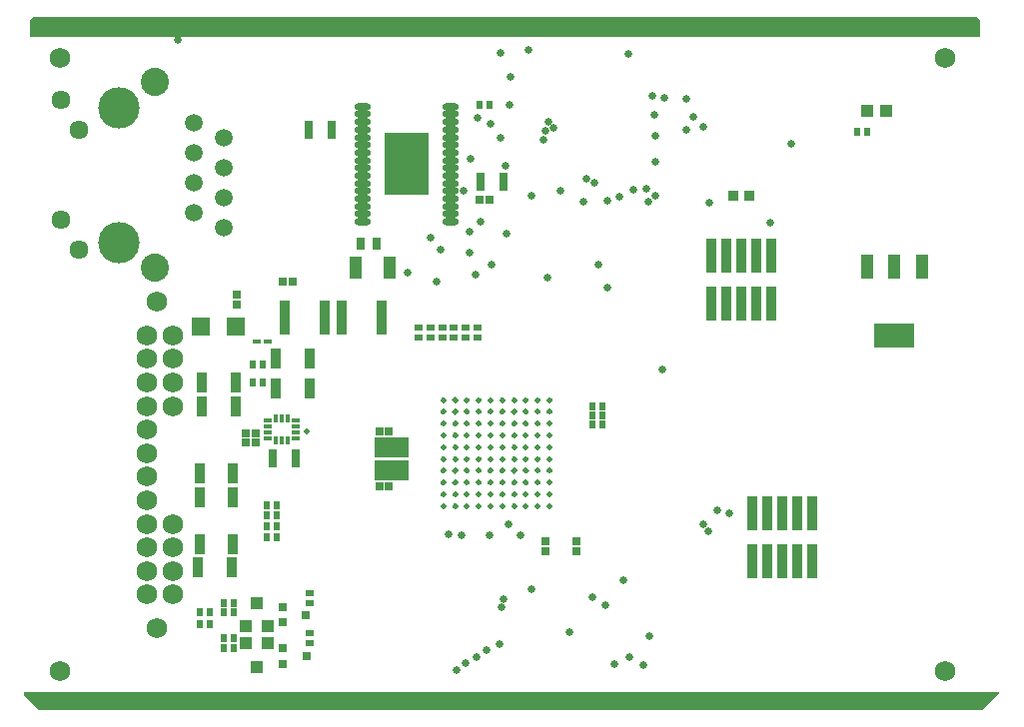
<source format=gts>
G04*
G04 #@! TF.GenerationSoftware,Altium Limited,Altium Designer,19.0.4 (130)*
G04*
G04 Layer_Color=8388736*
%FSLAX25Y25*%
%MOIN*%
G70*
G01*
G75*
G04:AMPARAMS|DCode=42|XSize=19.69mil|YSize=19.69mil|CornerRadius=9.85mil|HoleSize=0mil|Usage=FLASHONLY|Rotation=0.000|XOffset=0mil|YOffset=0mil|HoleType=Round|Shape=RoundedRectangle|*
%AMROUNDEDRECTD42*
21,1,0.01969,0.00000,0,0,0.0*
21,1,0.00000,0.01969,0,0,0.0*
1,1,0.01969,0.00000,0.00000*
1,1,0.01969,0.00000,0.00000*
1,1,0.01969,0.00000,0.00000*
1,1,0.01969,0.00000,0.00000*
%
%ADD42ROUNDEDRECTD42*%
%ADD44C,0.01100*%
%ADD45R,0.02375X0.02572*%
%ADD46R,0.03713X0.11784*%
%ADD47R,0.02769X0.05918*%
%ADD48R,0.02926X0.02926*%
%ADD49R,0.02926X0.02926*%
%ADD50R,0.03162X0.02769*%
%ADD51R,0.03556X0.06902*%
%ADD52R,0.03950X0.04343*%
%ADD53R,0.02572X0.02375*%
%ADD54R,0.03556X0.11233*%
%ADD55R,0.02769X0.03950*%
%ADD56R,0.04343X0.07296*%
%ADD57R,0.14973X0.20879*%
%ADD58O,0.05524X0.02375*%
%ADD59R,0.03556X0.03753*%
%ADD60R,0.13202X0.07887*%
%ADD61R,0.04343X0.07887*%
%ADD62R,0.03950X0.03950*%
%ADD63R,0.11430X0.06706*%
%ADD64R,0.05918X0.06312*%
G04:AMPARAMS|DCode=65|XSize=19.81mil|YSize=19.81mil|CornerRadius=9.91mil|HoleSize=0mil|Usage=FLASHONLY|Rotation=270.000|XOffset=0mil|YOffset=0mil|HoleType=Round|Shape=RoundedRectangle|*
%AMROUNDEDRECTD65*
21,1,0.01981,0.00000,0,0,270.0*
21,1,0.00000,0.01981,0,0,270.0*
1,1,0.01981,0.00000,0.00000*
1,1,0.01981,0.00000,0.00000*
1,1,0.01981,0.00000,0.00000*
1,1,0.01981,0.00000,0.00000*
%
%ADD65ROUNDEDRECTD65*%
%ADD66R,0.02631X0.01784*%
%ADD67R,0.01784X0.02631*%
%ADD68R,0.02572X0.01784*%
%ADD69C,0.05918*%
%ADD70C,0.09400*%
%ADD71C,0.13792*%
%ADD72C,0.06343*%
%ADD73C,0.06800*%
%ADD74C,0.02572*%
%ADD75C,0.02769*%
G36*
X356299Y237205D02*
Y231299D01*
X39370D01*
Y237205D01*
X40354Y238189D01*
X355315D01*
X356299Y237205D01*
D02*
G37*
G36*
X362727Y12333D02*
X357283Y6890D01*
X42323D01*
X37402Y11811D01*
Y12795D01*
X362536D01*
X362727Y12333D01*
D02*
G37*
D42*
X212599Y74803D02*
D03*
X208662D02*
D03*
X204725D02*
D03*
X200788D02*
D03*
X196851D02*
D03*
X192913D02*
D03*
X188976D02*
D03*
X185039D02*
D03*
X181102D02*
D03*
X177165D02*
D03*
X212599Y78740D02*
D03*
X208662D02*
D03*
X204725D02*
D03*
X200788D02*
D03*
X196851D02*
D03*
X192913D02*
D03*
X188976D02*
D03*
X185039D02*
D03*
X181102D02*
D03*
X177165D02*
D03*
X212599Y82677D02*
D03*
X208662D02*
D03*
X204725D02*
D03*
X200788D02*
D03*
X196851D02*
D03*
X192913D02*
D03*
X188976D02*
D03*
X185039D02*
D03*
X181102D02*
D03*
X177165D02*
D03*
X212599Y86614D02*
D03*
X208662D02*
D03*
X204725D02*
D03*
X200788D02*
D03*
X196851D02*
D03*
X192913D02*
D03*
X188976D02*
D03*
X185039D02*
D03*
X181102D02*
D03*
X177165D02*
D03*
X212599Y90551D02*
D03*
X208662D02*
D03*
X204725D02*
D03*
X200788D02*
D03*
X196851D02*
D03*
X192913D02*
D03*
X188976D02*
D03*
X185039D02*
D03*
X181102D02*
D03*
X177165D02*
D03*
X212599Y94489D02*
D03*
X208662D02*
D03*
X204725D02*
D03*
X200788D02*
D03*
X196851D02*
D03*
X192913D02*
D03*
X188976D02*
D03*
X185039D02*
D03*
X181102D02*
D03*
X177165D02*
D03*
X212599Y98426D02*
D03*
X208662D02*
D03*
X204725D02*
D03*
X200788D02*
D03*
X196851D02*
D03*
X192913D02*
D03*
X188976D02*
D03*
X185039D02*
D03*
X181102D02*
D03*
X177165D02*
D03*
X212599Y102363D02*
D03*
X208662D02*
D03*
X204725D02*
D03*
X200788D02*
D03*
X196851D02*
D03*
X192913D02*
D03*
X188976D02*
D03*
X185039D02*
D03*
X181102D02*
D03*
X177165D02*
D03*
X212599Y106300D02*
D03*
X208662D02*
D03*
X204725D02*
D03*
X200788D02*
D03*
X196851D02*
D03*
X192913D02*
D03*
X188976D02*
D03*
X185039D02*
D03*
X181102D02*
D03*
X177165D02*
D03*
X212599Y110237D02*
D03*
X208662D02*
D03*
X204725D02*
D03*
X200788D02*
D03*
X196851D02*
D03*
X192913D02*
D03*
X188976D02*
D03*
X185039D02*
D03*
X181102D02*
D03*
X177165D02*
D03*
D44*
X213149Y74803D02*
G03*
X213149Y74803I-550J0D01*
G01*
X209212D02*
G03*
X209212Y74803I-550J0D01*
G01*
X205275D02*
G03*
X205275Y74803I-550J0D01*
G01*
X201338D02*
G03*
X201338Y74803I-550J0D01*
G01*
X197401D02*
G03*
X197401Y74803I-550J0D01*
G01*
D02*
G03*
X197401Y74803I-550J0D01*
G01*
X193463D02*
G03*
X193463Y74803I-550J0D01*
G01*
X189526D02*
G03*
X189526Y74803I-550J0D01*
G01*
D02*
G03*
X189526Y74803I-550J0D01*
G01*
X185589D02*
G03*
X185589Y74803I-550J0D01*
G01*
D02*
G03*
X185589Y74803I-550J0D01*
G01*
X181652D02*
G03*
X181652Y74803I-550J0D01*
G01*
D02*
G03*
X181652Y74803I-550J0D01*
G01*
X177715D02*
G03*
X177715Y74803I-550J0D01*
G01*
X213149Y78740D02*
G03*
X213149Y78740I-550J0D01*
G01*
X209212D02*
G03*
X209212Y78740I-550J0D01*
G01*
X205275D02*
G03*
X205275Y78740I-550J0D01*
G01*
X201338D02*
G03*
X201338Y78740I-550J0D01*
G01*
X197401D02*
G03*
X197401Y78740I-550J0D01*
G01*
D02*
G03*
X197401Y78740I-550J0D01*
G01*
X193463D02*
G03*
X193463Y78740I-550J0D01*
G01*
X189526D02*
G03*
X189526Y78740I-550J0D01*
G01*
D02*
G03*
X189526Y78740I-550J0D01*
G01*
X185589D02*
G03*
X185589Y78740I-550J0D01*
G01*
D02*
G03*
X185589Y78740I-550J0D01*
G01*
X181652D02*
G03*
X181652Y78740I-550J0D01*
G01*
D02*
G03*
X181652Y78740I-550J0D01*
G01*
X177715D02*
G03*
X177715Y78740I-550J0D01*
G01*
X213149Y82677D02*
G03*
X213149Y82677I-550J0D01*
G01*
X209212D02*
G03*
X209212Y82677I-550J0D01*
G01*
X205275D02*
G03*
X205275Y82677I-550J0D01*
G01*
X201338D02*
G03*
X201338Y82677I-550J0D01*
G01*
X197401D02*
G03*
X197401Y82677I-550J0D01*
G01*
D02*
G03*
X197401Y82677I-550J0D01*
G01*
X193463D02*
G03*
X193463Y82677I-550J0D01*
G01*
X189526D02*
G03*
X189526Y82677I-550J0D01*
G01*
D02*
G03*
X189526Y82677I-550J0D01*
G01*
X185589D02*
G03*
X185589Y82677I-550J0D01*
G01*
D02*
G03*
X185589Y82677I-550J0D01*
G01*
X181652D02*
G03*
X181652Y82677I-550J0D01*
G01*
D02*
G03*
X181652Y82677I-550J0D01*
G01*
X177715D02*
G03*
X177715Y82677I-550J0D01*
G01*
X213149Y86614D02*
G03*
X213149Y86614I-550J0D01*
G01*
X209212D02*
G03*
X209212Y86614I-550J0D01*
G01*
X205275D02*
G03*
X205275Y86614I-550J0D01*
G01*
X201338D02*
G03*
X201338Y86614I-550J0D01*
G01*
X197401D02*
G03*
X197401Y86614I-550J0D01*
G01*
D02*
G03*
X197401Y86614I-550J0D01*
G01*
X193463D02*
G03*
X193463Y86614I-550J0D01*
G01*
X189526D02*
G03*
X189526Y86614I-550J0D01*
G01*
D02*
G03*
X189526Y86614I-550J0D01*
G01*
X185589D02*
G03*
X185589Y86614I-550J0D01*
G01*
D02*
G03*
X185589Y86614I-550J0D01*
G01*
X181652D02*
G03*
X181652Y86614I-550J0D01*
G01*
D02*
G03*
X181652Y86614I-550J0D01*
G01*
X177715D02*
G03*
X177715Y86614I-550J0D01*
G01*
X213149Y90551D02*
G03*
X213149Y90551I-550J0D01*
G01*
X209212D02*
G03*
X209212Y90551I-550J0D01*
G01*
X205275D02*
G03*
X205275Y90551I-550J0D01*
G01*
X201338D02*
G03*
X201338Y90551I-550J0D01*
G01*
X197401D02*
G03*
X197401Y90551I-550J0D01*
G01*
D02*
G03*
X197401Y90551I-550J0D01*
G01*
X193463D02*
G03*
X193463Y90551I-550J0D01*
G01*
X189526D02*
G03*
X189526Y90551I-550J0D01*
G01*
D02*
G03*
X189526Y90551I-550J0D01*
G01*
X185589D02*
G03*
X185589Y90551I-550J0D01*
G01*
D02*
G03*
X185589Y90551I-550J0D01*
G01*
X181652D02*
G03*
X181652Y90551I-550J0D01*
G01*
D02*
G03*
X181652Y90551I-550J0D01*
G01*
X177715D02*
G03*
X177715Y90551I-550J0D01*
G01*
X213149Y94489D02*
G03*
X213149Y94489I-550J0D01*
G01*
X209212D02*
G03*
X209212Y94489I-550J0D01*
G01*
X205275D02*
G03*
X205275Y94489I-550J0D01*
G01*
X201338D02*
G03*
X201338Y94489I-550J0D01*
G01*
X197401D02*
G03*
X197401Y94489I-550J0D01*
G01*
D02*
G03*
X197401Y94489I-550J0D01*
G01*
X193463D02*
G03*
X193463Y94489I-550J0D01*
G01*
X189526D02*
G03*
X189526Y94489I-550J0D01*
G01*
D02*
G03*
X189526Y94489I-550J0D01*
G01*
X185589D02*
G03*
X185589Y94489I-550J0D01*
G01*
D02*
G03*
X185589Y94489I-550J0D01*
G01*
X181652D02*
G03*
X181652Y94489I-550J0D01*
G01*
D02*
G03*
X181652Y94489I-550J0D01*
G01*
X177715D02*
G03*
X177715Y94489I-550J0D01*
G01*
X213149Y98426D02*
G03*
X213149Y98426I-550J0D01*
G01*
X209212D02*
G03*
X209212Y98426I-550J0D01*
G01*
X205275D02*
G03*
X205275Y98426I-550J0D01*
G01*
X201338D02*
G03*
X201338Y98426I-550J0D01*
G01*
X197401D02*
G03*
X197401Y98426I-550J0D01*
G01*
D02*
G03*
X197401Y98426I-550J0D01*
G01*
X193463D02*
G03*
X193463Y98426I-550J0D01*
G01*
X189526D02*
G03*
X189526Y98426I-550J0D01*
G01*
D02*
G03*
X189526Y98426I-550J0D01*
G01*
X185589D02*
G03*
X185589Y98426I-550J0D01*
G01*
D02*
G03*
X185589Y98426I-550J0D01*
G01*
X181652D02*
G03*
X181652Y98426I-550J0D01*
G01*
D02*
G03*
X181652Y98426I-550J0D01*
G01*
X177715D02*
G03*
X177715Y98426I-550J0D01*
G01*
X213149Y102363D02*
G03*
X213149Y102363I-550J0D01*
G01*
X209212D02*
G03*
X209212Y102363I-550J0D01*
G01*
X205275D02*
G03*
X205275Y102363I-550J0D01*
G01*
X201338D02*
G03*
X201338Y102363I-550J0D01*
G01*
X197401D02*
G03*
X197401Y102363I-550J0D01*
G01*
D02*
G03*
X197401Y102363I-550J0D01*
G01*
X193463D02*
G03*
X193463Y102363I-550J0D01*
G01*
X189526D02*
G03*
X189526Y102363I-550J0D01*
G01*
D02*
G03*
X189526Y102363I-550J0D01*
G01*
X185589D02*
G03*
X185589Y102363I-550J0D01*
G01*
D02*
G03*
X185589Y102363I-550J0D01*
G01*
X181652D02*
G03*
X181652Y102363I-550J0D01*
G01*
D02*
G03*
X181652Y102363I-550J0D01*
G01*
X177715D02*
G03*
X177715Y102363I-550J0D01*
G01*
X213149Y106300D02*
G03*
X213149Y106300I-550J0D01*
G01*
X209212D02*
G03*
X209212Y106300I-550J0D01*
G01*
X205275D02*
G03*
X205275Y106300I-550J0D01*
G01*
X201338D02*
G03*
X201338Y106300I-550J0D01*
G01*
X197401D02*
G03*
X197401Y106300I-550J0D01*
G01*
D02*
G03*
X197401Y106300I-550J0D01*
G01*
X193463D02*
G03*
X193463Y106300I-550J0D01*
G01*
X189526D02*
G03*
X189526Y106300I-550J0D01*
G01*
D02*
G03*
X189526Y106300I-550J0D01*
G01*
X185589D02*
G03*
X185589Y106300I-550J0D01*
G01*
D02*
G03*
X185589Y106300I-550J0D01*
G01*
X181652D02*
G03*
X181652Y106300I-550J0D01*
G01*
D02*
G03*
X181652Y106300I-550J0D01*
G01*
X177715D02*
G03*
X177715Y106300I-550J0D01*
G01*
X213149Y110237D02*
G03*
X213149Y110237I-550J0D01*
G01*
X209212D02*
G03*
X209212Y110237I-550J0D01*
G01*
X205275D02*
G03*
X205275Y110237I-550J0D01*
G01*
X201338D02*
G03*
X201338Y110237I-550J0D01*
G01*
X197401D02*
G03*
X197401Y110237I-550J0D01*
G01*
D02*
G03*
X197401Y110237I-550J0D01*
G01*
X193463D02*
G03*
X193463Y110237I-550J0D01*
G01*
X189526D02*
G03*
X189526Y110237I-550J0D01*
G01*
D02*
G03*
X189526Y110237I-550J0D01*
G01*
X185589D02*
G03*
X185589Y110237I-550J0D01*
G01*
D02*
G03*
X185589Y110237I-550J0D01*
G01*
X181652D02*
G03*
X181652Y110237I-550J0D01*
G01*
D02*
G03*
X181652Y110237I-550J0D01*
G01*
X177715D02*
G03*
X177715Y110237I-550J0D01*
G01*
D45*
X192618Y208661D02*
D03*
X189272D02*
D03*
X121653Y64567D02*
D03*
X118307D02*
D03*
X121653Y68110D02*
D03*
X118307D02*
D03*
X121653Y71653D02*
D03*
X118307D02*
D03*
X121653Y75197D02*
D03*
X118307D02*
D03*
X116831Y122047D02*
D03*
X113484D02*
D03*
X116831Y116142D02*
D03*
X113484D02*
D03*
X103839Y42520D02*
D03*
X107185D02*
D03*
X103839Y39370D02*
D03*
X107185D02*
D03*
X95768D02*
D03*
X99114D02*
D03*
X95768Y35433D02*
D03*
X99114D02*
D03*
X103839Y30709D02*
D03*
X107185D02*
D03*
X103839Y27559D02*
D03*
X107185D02*
D03*
X318602Y199803D02*
D03*
X315256D02*
D03*
X227067Y108268D02*
D03*
X230413D02*
D03*
X227067Y105118D02*
D03*
X230413D02*
D03*
X227067Y101969D02*
D03*
X230413D02*
D03*
D46*
X286653Y158329D02*
D03*
Y142305D02*
D03*
X281653Y158329D02*
D03*
Y142305D02*
D03*
X276654Y158329D02*
D03*
Y142305D02*
D03*
X271654Y158329D02*
D03*
Y142305D02*
D03*
X266653Y158329D02*
D03*
Y142305D02*
D03*
X300433Y72579D02*
D03*
Y56555D02*
D03*
X295433Y72579D02*
D03*
Y56555D02*
D03*
X290433Y72579D02*
D03*
Y56555D02*
D03*
X285433Y72579D02*
D03*
Y56555D02*
D03*
X280433Y72579D02*
D03*
Y56555D02*
D03*
D47*
X120215Y90748D02*
D03*
X127893D02*
D03*
X132421Y200492D02*
D03*
X140098D02*
D03*
X197146Y183071D02*
D03*
X189469D02*
D03*
D48*
X192520Y177165D02*
D03*
X189370D02*
D03*
X123660Y149606D02*
D03*
X126810D02*
D03*
X111357Y99114D02*
D03*
X114507D02*
D03*
X111357Y95965D02*
D03*
X114507D02*
D03*
X155944Y81496D02*
D03*
X159093D02*
D03*
X155944Y99606D02*
D03*
X159093D02*
D03*
D49*
X108405Y142126D02*
D03*
Y145276D02*
D03*
X221654Y62992D02*
D03*
Y59842D02*
D03*
X211417Y62992D02*
D03*
Y59842D02*
D03*
D50*
X131398Y38583D02*
D03*
X123721Y36024D02*
D03*
Y41142D02*
D03*
X131436Y24803D02*
D03*
X123759Y22244D02*
D03*
Y27362D02*
D03*
D51*
X106500Y54500D02*
D03*
X95280D02*
D03*
X95768Y62008D02*
D03*
X106988D02*
D03*
X106988Y77756D02*
D03*
X95768D02*
D03*
X95768Y85630D02*
D03*
X106988D02*
D03*
X107972Y108268D02*
D03*
X96752D02*
D03*
X96752Y116142D02*
D03*
X107972D02*
D03*
X132579Y124016D02*
D03*
X121358D02*
D03*
X121358Y114173D02*
D03*
X132579D02*
D03*
D52*
X118701Y34646D02*
D03*
X114961Y42520D02*
D03*
X111221Y34646D02*
D03*
Y29134D02*
D03*
X114961Y21260D02*
D03*
X118701Y29134D02*
D03*
D53*
X132677Y45768D02*
D03*
Y42421D02*
D03*
Y32382D02*
D03*
Y29035D02*
D03*
X168898Y131004D02*
D03*
Y134350D02*
D03*
X172835Y131004D02*
D03*
Y134350D02*
D03*
X176772Y131004D02*
D03*
Y134350D02*
D03*
X184646Y131004D02*
D03*
Y134350D02*
D03*
X180709Y131004D02*
D03*
Y134350D02*
D03*
X188583Y131004D02*
D03*
Y134350D02*
D03*
D54*
X137538Y137795D02*
D03*
X124349D02*
D03*
X143345D02*
D03*
X156534D02*
D03*
D55*
X149646Y162598D02*
D03*
X155079D02*
D03*
D56*
X159153Y154432D02*
D03*
X147933D02*
D03*
D57*
X164901Y188976D02*
D03*
D58*
X150334Y208169D02*
D03*
Y205610D02*
D03*
Y203051D02*
D03*
Y200492D02*
D03*
Y197933D02*
D03*
Y195374D02*
D03*
Y192815D02*
D03*
Y190256D02*
D03*
Y187697D02*
D03*
Y185138D02*
D03*
Y182579D02*
D03*
Y180020D02*
D03*
Y177461D02*
D03*
Y174902D02*
D03*
Y172343D02*
D03*
Y169783D02*
D03*
X179468Y208169D02*
D03*
Y205610D02*
D03*
Y203051D02*
D03*
Y200492D02*
D03*
Y197933D02*
D03*
Y195374D02*
D03*
Y192815D02*
D03*
Y190256D02*
D03*
Y187697D02*
D03*
Y185138D02*
D03*
Y182579D02*
D03*
Y180020D02*
D03*
Y177461D02*
D03*
Y174902D02*
D03*
Y172343D02*
D03*
Y169783D02*
D03*
D59*
X273819Y178300D02*
D03*
X279331D02*
D03*
D60*
X327756Y131890D02*
D03*
D61*
X318701Y154724D02*
D03*
X327756D02*
D03*
X336811D02*
D03*
D62*
X318701Y206693D02*
D03*
X325000D02*
D03*
D63*
X159782Y94291D02*
D03*
Y86810D02*
D03*
D64*
X107776Y134843D02*
D03*
X96358D02*
D03*
D65*
X131436Y99606D02*
D03*
D66*
X118690Y103346D02*
D03*
Y101378D02*
D03*
Y99409D02*
D03*
Y97441D02*
D03*
X127843D02*
D03*
Y99409D02*
D03*
Y101378D02*
D03*
Y103346D02*
D03*
D67*
X121298Y96801D02*
D03*
X123267D02*
D03*
X125235D02*
D03*
Y103986D02*
D03*
X123267D02*
D03*
X121298D02*
D03*
D68*
X114961Y129921D02*
D03*
X118701D02*
D03*
D69*
X103894Y167936D02*
D03*
X93894Y172936D02*
D03*
X103894Y177936D02*
D03*
X93894Y182936D02*
D03*
X103894Y187936D02*
D03*
X93894Y192936D02*
D03*
X103894Y197936D02*
D03*
X93894Y202936D02*
D03*
D70*
X80901Y216440D02*
D03*
Y154432D02*
D03*
D71*
X68893Y162936D02*
D03*
Y207936D02*
D03*
D72*
X55592Y160530D02*
D03*
X49608Y210333D02*
D03*
X55594Y200340D02*
D03*
X49610Y170537D02*
D03*
D73*
X78149Y45276D02*
D03*
Y53150D02*
D03*
X86811Y45276D02*
D03*
Y53150D02*
D03*
X78149Y131890D02*
D03*
Y124016D02*
D03*
X86811Y131890D02*
D03*
Y124016D02*
D03*
Y116142D02*
D03*
Y68898D02*
D03*
X86811Y61024D02*
D03*
X78149Y116142D02*
D03*
Y108268D02*
D03*
Y100394D02*
D03*
Y92520D02*
D03*
Y84646D02*
D03*
Y76772D02*
D03*
Y61024D02*
D03*
Y68898D02*
D03*
X86811Y108268D02*
D03*
X81693Y143110D02*
D03*
Y34055D02*
D03*
X49213Y224410D02*
D03*
X344488D02*
D03*
X49213Y19685D02*
D03*
X344488D02*
D03*
D74*
X196269Y226083D02*
D03*
X205674Y227177D02*
D03*
X293307Y195748D02*
D03*
X238779Y225742D02*
D03*
X247929Y198378D02*
D03*
X263779Y201565D02*
D03*
X57087Y233616D02*
D03*
X66925D02*
D03*
X76181D02*
D03*
X86614D02*
D03*
X97146D02*
D03*
X147638D02*
D03*
X137106D02*
D03*
X126673D02*
D03*
X117417D02*
D03*
X107579D02*
D03*
X209590D02*
D03*
X219428D02*
D03*
X228684D02*
D03*
X239118D02*
D03*
X249649D02*
D03*
X199157D02*
D03*
X188625D02*
D03*
X178192D02*
D03*
X168936D02*
D03*
X159098D02*
D03*
X312303D02*
D03*
X322142D02*
D03*
X331398D02*
D03*
X341831D02*
D03*
X301870D02*
D03*
X291339D02*
D03*
X280905D02*
D03*
X271649D02*
D03*
X261811D02*
D03*
X263779Y11175D02*
D03*
X273618D02*
D03*
X282874D02*
D03*
X293307D02*
D03*
X303839D02*
D03*
X343799D02*
D03*
X333366D02*
D03*
X324110D02*
D03*
X314272D02*
D03*
X161066D02*
D03*
X170905D02*
D03*
X180161D02*
D03*
X190594D02*
D03*
X201125D02*
D03*
X251618D02*
D03*
X241086D02*
D03*
X230653D02*
D03*
X221397D02*
D03*
X211559D02*
D03*
X109547D02*
D03*
X119386D02*
D03*
X128642D02*
D03*
X139075D02*
D03*
X149606D02*
D03*
X99114D02*
D03*
X88583D02*
D03*
X78149D02*
D03*
X68893D02*
D03*
X246850Y211811D02*
D03*
X244881Y180708D02*
D03*
X231890Y176772D02*
D03*
X250787Y211024D02*
D03*
X245669Y176378D02*
D03*
X237205Y50197D02*
D03*
X258268Y210630D02*
D03*
X199585Y218110D02*
D03*
X265914Y175984D02*
D03*
X224016Y176392D02*
D03*
X247638Y205315D02*
D03*
X244094Y21654D02*
D03*
X213779Y201181D02*
D03*
X212205Y203150D02*
D03*
X211353Y200000D02*
D03*
X210630Y197161D02*
D03*
X234164Y22047D02*
D03*
X239272Y24409D02*
D03*
X258268Y200340D02*
D03*
X246063Y31400D02*
D03*
X219291Y32677D02*
D03*
X260630Y204724D02*
D03*
X250394Y120334D02*
D03*
X227559Y182677D02*
D03*
X235826Y177952D02*
D03*
X231398Y41732D02*
D03*
X224803Y184252D02*
D03*
X227067Y44488D02*
D03*
X240551Y180315D02*
D03*
X216402Y180113D02*
D03*
X202808Y64940D02*
D03*
X198808Y68898D02*
D03*
X211811Y151181D02*
D03*
X174803Y149606D02*
D03*
X189469Y169700D02*
D03*
X181496Y20079D02*
D03*
X184646Y22441D02*
D03*
X188189Y24409D02*
D03*
X191732Y26681D02*
D03*
X195788Y28740D02*
D03*
X196457Y40945D02*
D03*
X197244Y43701D02*
D03*
X247846Y178347D02*
D03*
X206693D02*
D03*
X231890Y147638D02*
D03*
X228937Y155512D02*
D03*
X206534Y47244D02*
D03*
X183109Y64978D02*
D03*
X192531Y64940D02*
D03*
X178839Y65436D02*
D03*
X272601Y72421D02*
D03*
X265748Y66296D02*
D03*
X268686Y73571D02*
D03*
X263779Y68701D02*
D03*
X248031Y189764D02*
D03*
X186221Y190650D02*
D03*
X198041Y188583D02*
D03*
X172834Y164567D02*
D03*
X176179Y160530D02*
D03*
X185800Y166562D02*
D03*
X185900Y159449D02*
D03*
X188583Y204390D02*
D03*
X192997Y202279D02*
D03*
X199213Y208661D02*
D03*
X198342Y165800D02*
D03*
X183968Y180206D02*
D03*
X196161Y197933D02*
D03*
X165354Y152854D02*
D03*
X286171Y169291D02*
D03*
X187992Y152271D02*
D03*
X193150Y155512D02*
D03*
X59055Y11175D02*
D03*
X88583Y230315D02*
D03*
D75*
X160570Y197638D02*
D03*
X164901D02*
D03*
X169232D02*
D03*
X160570Y193307D02*
D03*
X164901D02*
D03*
X169232D02*
D03*
X160570Y188976D02*
D03*
X164901D02*
D03*
X169232D02*
D03*
X160570Y184646D02*
D03*
X164901D02*
D03*
X169232D02*
D03*
X160570Y180315D02*
D03*
X164901D02*
D03*
X169232D02*
D03*
M02*

</source>
